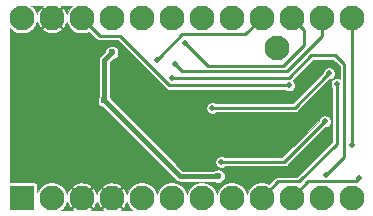
<source format=gbr>
%TF.GenerationSoftware,KiCad,Pcbnew,5.1.9+dfsg1-1~bpo10+1*%
%TF.CreationDate,Date%
%TF.ProjectId,LOG,4c4f472e-6b69-4636-9164-5f7063625858,v1.3*%
%TF.SameCoordinates,Original*%
%TF.FileFunction,Copper,L2,Bot*%
%TF.FilePolarity,Positive*%
%FSLAX46Y46*%
G04 Gerber Fmt 4.6, Leading zero omitted, Abs format (unit mm)*
G04 Created by KiCad*
%MOMM*%
%LPD*%
G01*
G04 APERTURE LIST*
%TA.AperFunction,ComponentPad*%
%ADD10R,2.100000X2.100000*%
%TD*%
%TA.AperFunction,ComponentPad*%
%ADD11C,2.100000*%
%TD*%
%TA.AperFunction,ViaPad*%
%ADD12C,0.500000*%
%TD*%
%TA.AperFunction,ViaPad*%
%ADD13C,0.600000*%
%TD*%
%TA.AperFunction,Conductor*%
%ADD14C,0.400000*%
%TD*%
%TA.AperFunction,Conductor*%
%ADD15C,0.250000*%
%TD*%
%TA.AperFunction,Conductor*%
%ADD16C,0.125000*%
%TD*%
%TA.AperFunction,Conductor*%
%ADD17C,0.100000*%
%TD*%
G04 APERTURE END LIST*
D10*
%TO.P,A1,1*%
%TO.N,Net-(A1-Pad1)*%
X0Y0D03*
D11*
%TO.P,A1,2*%
%TO.N,Net-(A1-Pad2)*%
X2540000Y0D03*
%TO.P,A1,3*%
%TO.N,GND*%
X5080000Y0D03*
%TO.P,A1,13*%
%TO.N,CS0*%
X27940000Y15240000D03*
%TO.P,A1,4*%
%TO.N,GND*%
X7620000Y0D03*
%TO.P,A1,14*%
%TO.N,COPI*%
X25400000Y15240000D03*
%TO.P,A1,5*%
%TO.N,SDA*%
X10160000Y0D03*
%TO.P,A1,15*%
%TO.N,CIPO*%
X22860000Y15240000D03*
%TO.P,A1,6*%
%TO.N,SCL*%
X12700000Y0D03*
%TO.P,A1,16*%
%TO.N,SCK*%
X20320000Y15240000D03*
%TO.P,A1,7*%
%TO.N,Net-(A1-Pad7)*%
X15240000Y0D03*
%TO.P,A1,17*%
%TO.N,Net-(A1-Pad17)*%
X17780000Y15240000D03*
%TO.P,A1,8*%
%TO.N,PWM*%
X17780000Y0D03*
%TO.P,A1,18*%
%TO.N,Net-(A1-Pad18)*%
X15240000Y15240000D03*
%TO.P,A1,9*%
%TO.N,BTN*%
X20320000Y0D03*
%TO.P,A1,19*%
%TO.N,Net-(A1-Pad19)*%
X12700000Y15240000D03*
%TO.P,A1,10*%
%TO.N,INT*%
X22860000Y0D03*
%TO.P,A1,20*%
%TO.N,Net-(A1-Pad20)*%
X10160000Y15240000D03*
%TO.P,A1,11*%
%TO.N,Net-(A1-Pad11)*%
X25400000Y0D03*
%TO.P,A1,21*%
%TO.N,+3V3*%
X7620000Y15240000D03*
%TO.P,A1,12*%
%TO.N,CS1*%
X27940000Y0D03*
%TO.P,A1,22*%
%TO.N,~RST*%
X5080000Y15240000D03*
%TO.P,A1,23*%
%TO.N,GND*%
X2540000Y15240000D03*
%TO.P,A1,24*%
%TO.N,Net-(A1-Pad24)*%
X0Y15240000D03*
%TD*%
%TO.P,TP1,1*%
%TO.N,Net-(TP1-Pad1)*%
X21590000Y12700000D03*
%TD*%
D12*
%TO.N,GND*%
X5969000Y10033000D03*
X13970000Y5715000D03*
X17145000Y6350000D03*
X21590000Y6731000D03*
X9525000Y3175000D03*
X8255000Y4445000D03*
X17145000Y8890000D03*
X12700000Y7620000D03*
X20574000Y5080000D03*
X17780000Y5080000D03*
X13589000Y2794000D03*
X8255000Y10033000D03*
X13970000Y4445000D03*
X8382000Y8001000D03*
X21590000Y8382000D03*
X15621000Y3048000D03*
X26035000Y9271000D03*
X24765000Y10414000D03*
D13*
%TO.N,+3V3*%
X6985000Y8255000D03*
X7620000Y12319000D03*
X16627010Y1844051D03*
D12*
%TO.N,Net-(J1-Pad9)*%
X16129000Y7620000D03*
X26009396Y10541000D03*
%TO.N,CS0*%
X27940000Y4445000D03*
%TO.N,COPI*%
X12954000Y11303000D03*
%TO.N,CIPO*%
X13843000Y13081000D03*
%TO.N,SCK*%
X11430000Y11683998D03*
%TO.N,PWM*%
X25654004Y6477000D03*
X16891000Y3048000D03*
%TO.N,BTN*%
X26670000Y9652000D03*
%TO.N,INT*%
X28575000Y1651000D03*
%TO.N,~RST*%
X22606000Y9525000D03*
%TO.N,CS*%
X25781000Y1972000D03*
X12700000Y10160000D03*
%TD*%
D14*
%TO.N,+3V3*%
X6985000Y11684000D02*
X7320001Y12019001D01*
X6985000Y8255000D02*
X6985000Y11684000D01*
X7320001Y12019001D02*
X7620000Y12319000D01*
X13395949Y1844051D02*
X16627010Y1844051D01*
X6985000Y8255000D02*
X13395949Y1844051D01*
D15*
%TO.N,Net-(J1-Pad9)*%
X25759397Y10291001D02*
X26009396Y10541000D01*
X23088396Y7620000D02*
X25759397Y10291001D01*
X16129000Y7620000D02*
X23088396Y7620000D01*
%TO.N,CS0*%
X27940000Y15240000D02*
X27940000Y4445000D01*
%TO.N,COPI*%
X25400000Y15240000D02*
X25400000Y13716000D01*
X13521999Y10735001D02*
X13203999Y11053001D01*
X25400000Y13716000D02*
X22419001Y10735001D01*
X22419001Y10735001D02*
X13521999Y10735001D01*
X13203999Y11053001D02*
X12954000Y11303000D01*
%TO.N,CIPO*%
X14092999Y12831001D02*
X13843000Y13081000D01*
X22110014Y11185012D02*
X15738988Y11185012D01*
X23909999Y14190001D02*
X23909999Y12984997D01*
X22860000Y15240000D02*
X23909999Y14190001D01*
X23909999Y12984997D02*
X22110014Y11185012D01*
X15738988Y11185012D02*
X14092999Y12831001D01*
%TO.N,SCK*%
X13589002Y13843000D02*
X11679999Y11933997D01*
X18923000Y13843000D02*
X13589002Y13843000D01*
X20320000Y15240000D02*
X18923000Y13843000D01*
X11679999Y11933997D02*
X11430000Y11683998D01*
%TO.N,PWM*%
X25654004Y6477000D02*
X22225004Y3048000D01*
X17244553Y3048000D02*
X16891000Y3048000D01*
X22225004Y3048000D02*
X17244553Y3048000D01*
%TO.N,BTN*%
X26670000Y9298447D02*
X26670000Y9652000D01*
X26670000Y4572000D02*
X26670000Y9298447D01*
X23495000Y1397000D02*
X26670000Y4572000D01*
X21717000Y1397000D02*
X23495000Y1397000D01*
X20320000Y0D02*
X21717000Y1397000D01*
%TO.N,INT*%
X28325001Y1401001D02*
X28575000Y1651000D01*
X24257000Y1397000D02*
X28321000Y1397000D01*
X28321000Y1397000D02*
X28325001Y1401001D01*
X22860000Y0D02*
X24257000Y1397000D01*
%TO.N,~RST*%
X6604000Y13716000D02*
X5080000Y15240000D01*
X8292998Y13716000D02*
X6604000Y13716000D01*
X12483998Y9525000D02*
X8292998Y13716000D01*
X22606000Y9525000D02*
X12483998Y9525000D01*
%TO.N,CS*%
X22606000Y10160000D02*
X12700000Y10160000D01*
X24511000Y12065000D02*
X22606000Y10160000D01*
X26543000Y12065000D02*
X24511000Y12065000D01*
X27308501Y11299499D02*
X26543000Y12065000D01*
X27308501Y3499501D02*
X27308501Y11299499D01*
X25781000Y1972000D02*
X27308501Y3499501D01*
%TD*%
D16*
%TO.N,GND*%
X1717870Y16185874D02*
X2540000Y15363744D01*
X3362130Y16185874D01*
X3301339Y16272500D01*
X4262807Y16272500D01*
X4243330Y16259486D01*
X4060514Y16076670D01*
X3916877Y15861702D01*
X3817938Y15622842D01*
X3809692Y15581387D01*
X3744323Y15777562D01*
X3656054Y15942704D01*
X3485874Y16062130D01*
X2663744Y15240000D01*
X3485874Y14417870D01*
X3656054Y14537296D01*
X3771699Y14768529D01*
X3808702Y14903593D01*
X3817938Y14857158D01*
X3916877Y14618298D01*
X4060514Y14403330D01*
X4243330Y14220514D01*
X4458298Y14076877D01*
X4697158Y13977938D01*
X4950730Y13927500D01*
X5209270Y13927500D01*
X5462842Y13977938D01*
X5697045Y14074948D01*
X6316538Y13455455D01*
X6328671Y13440671D01*
X6387675Y13392247D01*
X6454993Y13356265D01*
X6493017Y13344731D01*
X6528036Y13334108D01*
X6535809Y13333343D01*
X6584974Y13328500D01*
X6584980Y13328500D01*
X6603999Y13326627D01*
X6623018Y13328500D01*
X8132491Y13328500D01*
X12196540Y9264450D01*
X12208669Y9249671D01*
X12267673Y9201247D01*
X12334991Y9165265D01*
X12385877Y9149829D01*
X12408034Y9143108D01*
X12415807Y9142343D01*
X12464972Y9137500D01*
X12464978Y9137500D01*
X12483997Y9135627D01*
X12503016Y9137500D01*
X22268715Y9137500D01*
X22279300Y9126915D01*
X22363240Y9070828D01*
X22456509Y9032195D01*
X22555523Y9012500D01*
X22656477Y9012500D01*
X22755491Y9032195D01*
X22848760Y9070828D01*
X22932700Y9126915D01*
X23004085Y9198300D01*
X23060172Y9282240D01*
X23098805Y9375509D01*
X23118500Y9474523D01*
X23118500Y9575477D01*
X23098805Y9674491D01*
X23060172Y9767760D01*
X23004085Y9851700D01*
X22932700Y9923085D01*
X22923344Y9929337D01*
X24671508Y11677500D01*
X26382493Y11677500D01*
X26921002Y11138990D01*
X26921002Y10100665D01*
X26912760Y10106172D01*
X26819491Y10144805D01*
X26720477Y10164500D01*
X26619523Y10164500D01*
X26520509Y10144805D01*
X26427240Y10106172D01*
X26343300Y10050085D01*
X26271915Y9978700D01*
X26215828Y9894760D01*
X26177195Y9801491D01*
X26157500Y9702477D01*
X26157500Y9601523D01*
X26177195Y9502509D01*
X26215828Y9409240D01*
X26271915Y9325300D01*
X26282500Y9314715D01*
X26282500Y9279422D01*
X26282501Y9279412D01*
X26282500Y4732508D01*
X23334493Y1784500D01*
X21736018Y1784500D01*
X21716999Y1786373D01*
X21697980Y1784500D01*
X21697974Y1784500D01*
X21648809Y1779657D01*
X21641036Y1778892D01*
X21618879Y1772171D01*
X21567993Y1756735D01*
X21500675Y1720753D01*
X21441671Y1672329D01*
X21429542Y1657550D01*
X20937045Y1165052D01*
X20702842Y1262062D01*
X20449270Y1312500D01*
X20190730Y1312500D01*
X19937158Y1262062D01*
X19698298Y1163123D01*
X19483330Y1019486D01*
X19300514Y836670D01*
X19156877Y621702D01*
X19057938Y382842D01*
X19050000Y342934D01*
X19042062Y382842D01*
X18943123Y621702D01*
X18799486Y836670D01*
X18616670Y1019486D01*
X18401702Y1163123D01*
X18162842Y1262062D01*
X17909270Y1312500D01*
X17650730Y1312500D01*
X17397158Y1262062D01*
X17158298Y1163123D01*
X16943330Y1019486D01*
X16760514Y836670D01*
X16616877Y621702D01*
X16517938Y382842D01*
X16510000Y342934D01*
X16502062Y382842D01*
X16403123Y621702D01*
X16259486Y836670D01*
X16076670Y1019486D01*
X15861702Y1163123D01*
X15622842Y1262062D01*
X15369270Y1312500D01*
X15110730Y1312500D01*
X14857158Y1262062D01*
X14618298Y1163123D01*
X14403330Y1019486D01*
X14220514Y836670D01*
X14076877Y621702D01*
X13977938Y382842D01*
X13970000Y342934D01*
X13962062Y382842D01*
X13863123Y621702D01*
X13719486Y836670D01*
X13536670Y1019486D01*
X13321702Y1163123D01*
X13082842Y1262062D01*
X12829270Y1312500D01*
X12570730Y1312500D01*
X12317158Y1262062D01*
X12078298Y1163123D01*
X11863330Y1019486D01*
X11680514Y836670D01*
X11536877Y621702D01*
X11437938Y382842D01*
X11430000Y342934D01*
X11422062Y382842D01*
X11323123Y621702D01*
X11179486Y836670D01*
X10996670Y1019486D01*
X10781702Y1163123D01*
X10542842Y1262062D01*
X10289270Y1312500D01*
X10030730Y1312500D01*
X9777158Y1262062D01*
X9538298Y1163123D01*
X9323330Y1019486D01*
X9140514Y836670D01*
X8996877Y621702D01*
X8897938Y382842D01*
X8889692Y341387D01*
X8824323Y537562D01*
X8736054Y702704D01*
X8565874Y822130D01*
X7743744Y0D01*
X8565874Y-822130D01*
X8736054Y-702704D01*
X8851699Y-471471D01*
X8888702Y-336407D01*
X8897938Y-382842D01*
X8996877Y-621702D01*
X9140514Y-836670D01*
X9323330Y-1019486D01*
X9342807Y-1032500D01*
X8381339Y-1032500D01*
X8442130Y-945874D01*
X7620000Y-123744D01*
X6797870Y-945874D01*
X6858661Y-1032500D01*
X5841339Y-1032500D01*
X5902130Y-945874D01*
X5080000Y-123744D01*
X4257870Y-945874D01*
X4318661Y-1032500D01*
X3357193Y-1032500D01*
X3376670Y-1019486D01*
X3559486Y-836670D01*
X3703123Y-621702D01*
X3802062Y-382842D01*
X3810308Y-341387D01*
X3875677Y-537562D01*
X3963946Y-702704D01*
X4134126Y-822130D01*
X4956256Y0D01*
X5203744Y0D01*
X6025874Y-822130D01*
X6196054Y-702704D01*
X6311699Y-471471D01*
X6348677Y-336494D01*
X6415677Y-537562D01*
X6503946Y-702704D01*
X6674126Y-822130D01*
X7496256Y0D01*
X6674126Y822130D01*
X6503946Y702704D01*
X6388301Y471471D01*
X6351323Y336494D01*
X6284323Y537562D01*
X6196054Y702704D01*
X6025874Y822130D01*
X5203744Y0D01*
X4956256Y0D01*
X4134126Y822130D01*
X3963946Y702704D01*
X3848301Y471471D01*
X3811298Y336407D01*
X3802062Y382842D01*
X3703123Y621702D01*
X3559486Y836670D01*
X3450282Y945874D01*
X4257870Y945874D01*
X5080000Y123744D01*
X5902130Y945874D01*
X6797870Y945874D01*
X7620000Y123744D01*
X8442130Y945874D01*
X8322704Y1116054D01*
X8091471Y1231699D01*
X7842119Y1300012D01*
X7584231Y1318366D01*
X7327718Y1286055D01*
X7082438Y1204323D01*
X6917296Y1116054D01*
X6797870Y945874D01*
X5902130Y945874D01*
X5782704Y1116054D01*
X5551471Y1231699D01*
X5302119Y1300012D01*
X5044231Y1318366D01*
X4787718Y1286055D01*
X4542438Y1204323D01*
X4377296Y1116054D01*
X4257870Y945874D01*
X3450282Y945874D01*
X3376670Y1019486D01*
X3161702Y1163123D01*
X2922842Y1262062D01*
X2669270Y1312500D01*
X2410730Y1312500D01*
X2157158Y1262062D01*
X1918298Y1163123D01*
X1703330Y1019486D01*
X1520514Y836670D01*
X1376877Y621702D01*
X1313770Y469348D01*
X1313770Y1050000D01*
X1308702Y1101459D01*
X1293692Y1150940D01*
X1269317Y1196543D01*
X1236514Y1236514D01*
X1196543Y1269317D01*
X1150940Y1293692D01*
X1101459Y1308702D01*
X1050000Y1313770D01*
X-1032500Y1313770D01*
X-1032500Y8310401D01*
X6422500Y8310401D01*
X6422500Y8199599D01*
X6444116Y8090925D01*
X6486519Y7988556D01*
X6548077Y7896427D01*
X6626427Y7818077D01*
X6718556Y7756519D01*
X6820925Y7714116D01*
X6884446Y7701481D01*
X13052850Y1533076D01*
X13067330Y1515432D01*
X13137755Y1457636D01*
X13218102Y1414690D01*
X13276422Y1396999D01*
X13305283Y1388244D01*
X13395948Y1379314D01*
X13418660Y1381551D01*
X16306716Y1381551D01*
X16360566Y1345570D01*
X16462935Y1303167D01*
X16571609Y1281551D01*
X16682411Y1281551D01*
X16791085Y1303167D01*
X16893454Y1345570D01*
X16985583Y1407128D01*
X17063933Y1485478D01*
X17125491Y1577607D01*
X17167894Y1679976D01*
X17189510Y1788650D01*
X17189510Y1899452D01*
X17167894Y2008126D01*
X17125491Y2110495D01*
X17063933Y2202624D01*
X16985583Y2280974D01*
X16893454Y2342532D01*
X16791085Y2384935D01*
X16682411Y2406551D01*
X16571609Y2406551D01*
X16462935Y2384935D01*
X16360566Y2342532D01*
X16306716Y2306551D01*
X13587523Y2306551D01*
X12795597Y3098477D01*
X16378500Y3098477D01*
X16378500Y2997523D01*
X16398195Y2898509D01*
X16436828Y2805240D01*
X16492915Y2721300D01*
X16564300Y2649915D01*
X16648240Y2593828D01*
X16741509Y2555195D01*
X16840523Y2535500D01*
X16941477Y2535500D01*
X17040491Y2555195D01*
X17133760Y2593828D01*
X17217700Y2649915D01*
X17228285Y2660500D01*
X22205978Y2660500D01*
X22225004Y2658626D01*
X22244030Y2660500D01*
X22300967Y2666108D01*
X22374011Y2688265D01*
X22441329Y2724247D01*
X22500333Y2772671D01*
X22512466Y2787455D01*
X25689512Y5964500D01*
X25704481Y5964500D01*
X25803495Y5984195D01*
X25896764Y6022828D01*
X25980704Y6078915D01*
X26052089Y6150300D01*
X26108176Y6234240D01*
X26146809Y6327509D01*
X26166504Y6426523D01*
X26166504Y6527477D01*
X26146809Y6626491D01*
X26108176Y6719760D01*
X26052089Y6803700D01*
X25980704Y6875085D01*
X25896764Y6931172D01*
X25803495Y6969805D01*
X25704481Y6989500D01*
X25603527Y6989500D01*
X25504513Y6969805D01*
X25411244Y6931172D01*
X25327304Y6875085D01*
X25255919Y6803700D01*
X25199832Y6719760D01*
X25161199Y6626491D01*
X25141504Y6527477D01*
X25141504Y6512508D01*
X22064497Y3435500D01*
X17228285Y3435500D01*
X17217700Y3446085D01*
X17133760Y3502172D01*
X17040491Y3540805D01*
X16941477Y3560500D01*
X16840523Y3560500D01*
X16741509Y3540805D01*
X16648240Y3502172D01*
X16564300Y3446085D01*
X16492915Y3374700D01*
X16436828Y3290760D01*
X16398195Y3197491D01*
X16378500Y3098477D01*
X12795597Y3098477D01*
X8223597Y7670477D01*
X15616500Y7670477D01*
X15616500Y7569523D01*
X15636195Y7470509D01*
X15674828Y7377240D01*
X15730915Y7293300D01*
X15802300Y7221915D01*
X15886240Y7165828D01*
X15979509Y7127195D01*
X16078523Y7107500D01*
X16179477Y7107500D01*
X16278491Y7127195D01*
X16371760Y7165828D01*
X16455700Y7221915D01*
X16466285Y7232500D01*
X23069370Y7232500D01*
X23088396Y7230626D01*
X23107422Y7232500D01*
X23164359Y7238108D01*
X23237403Y7260265D01*
X23304721Y7296247D01*
X23363725Y7344671D01*
X23375858Y7359455D01*
X26044904Y10028500D01*
X26059873Y10028500D01*
X26158887Y10048195D01*
X26252156Y10086828D01*
X26336096Y10142915D01*
X26407481Y10214300D01*
X26463568Y10298240D01*
X26502201Y10391509D01*
X26521896Y10490523D01*
X26521896Y10591477D01*
X26502201Y10690491D01*
X26463568Y10783760D01*
X26407481Y10867700D01*
X26336096Y10939085D01*
X26252156Y10995172D01*
X26158887Y11033805D01*
X26059873Y11053500D01*
X25958919Y11053500D01*
X25859905Y11033805D01*
X25766636Y10995172D01*
X25682696Y10939085D01*
X25611311Y10867700D01*
X25555224Y10783760D01*
X25516591Y10690491D01*
X25496896Y10591477D01*
X25496896Y10576508D01*
X22927889Y8007500D01*
X16466285Y8007500D01*
X16455700Y8018085D01*
X16371760Y8074172D01*
X16278491Y8112805D01*
X16179477Y8132500D01*
X16078523Y8132500D01*
X15979509Y8112805D01*
X15886240Y8074172D01*
X15802300Y8018085D01*
X15730915Y7946700D01*
X15674828Y7862760D01*
X15636195Y7769491D01*
X15616500Y7670477D01*
X8223597Y7670477D01*
X7538519Y8355554D01*
X7525884Y8419075D01*
X7483481Y8521444D01*
X7447500Y8575294D01*
X7447500Y11492427D01*
X7663097Y11708023D01*
X7663102Y11708029D01*
X7720554Y11765481D01*
X7784075Y11778116D01*
X7886444Y11820519D01*
X7978573Y11882077D01*
X8056923Y11960427D01*
X8118481Y12052556D01*
X8160884Y12154925D01*
X8182500Y12263599D01*
X8182500Y12374401D01*
X8160884Y12483075D01*
X8118481Y12585444D01*
X8056923Y12677573D01*
X7978573Y12755923D01*
X7886444Y12817481D01*
X7784075Y12859884D01*
X7675401Y12881500D01*
X7564599Y12881500D01*
X7455925Y12859884D01*
X7353556Y12817481D01*
X7261427Y12755923D01*
X7183077Y12677573D01*
X7121519Y12585444D01*
X7079116Y12483075D01*
X7066481Y12419554D01*
X7009029Y12362102D01*
X7009023Y12362097D01*
X6674025Y12027098D01*
X6656382Y12012619D01*
X6598586Y11942194D01*
X6584581Y11915992D01*
X6555640Y11861847D01*
X6529193Y11774665D01*
X6520263Y11684000D01*
X6522501Y11661278D01*
X6522500Y8575294D01*
X6486519Y8521444D01*
X6444116Y8419075D01*
X6422500Y8310401D01*
X-1032500Y8310401D01*
X-1032500Y14422807D01*
X-1019486Y14403330D01*
X-836670Y14220514D01*
X-621702Y14076877D01*
X-382842Y13977938D01*
X-129270Y13927500D01*
X129270Y13927500D01*
X382842Y13977938D01*
X621702Y14076877D01*
X836670Y14220514D01*
X910282Y14294126D01*
X1717870Y14294126D01*
X1837296Y14123946D01*
X2068529Y14008301D01*
X2317881Y13939988D01*
X2575769Y13921634D01*
X2832282Y13953945D01*
X3077562Y14035677D01*
X3242704Y14123946D01*
X3362130Y14294126D01*
X2540000Y15116256D01*
X1717870Y14294126D01*
X910282Y14294126D01*
X1019486Y14403330D01*
X1163123Y14618298D01*
X1262062Y14857158D01*
X1270308Y14898613D01*
X1335677Y14702438D01*
X1423946Y14537296D01*
X1594126Y14417870D01*
X2416256Y15240000D01*
X1594126Y16062130D01*
X1423946Y15942704D01*
X1308301Y15711471D01*
X1271298Y15576407D01*
X1262062Y15622842D01*
X1163123Y15861702D01*
X1019486Y16076670D01*
X836670Y16259486D01*
X817193Y16272500D01*
X1778661Y16272500D01*
X1717870Y16185874D01*
%TA.AperFunction,Conductor*%
D17*
G36*
X1717870Y16185874D02*
G01*
X2540000Y15363744D01*
X3362130Y16185874D01*
X3301339Y16272500D01*
X4262807Y16272500D01*
X4243330Y16259486D01*
X4060514Y16076670D01*
X3916877Y15861702D01*
X3817938Y15622842D01*
X3809692Y15581387D01*
X3744323Y15777562D01*
X3656054Y15942704D01*
X3485874Y16062130D01*
X2663744Y15240000D01*
X3485874Y14417870D01*
X3656054Y14537296D01*
X3771699Y14768529D01*
X3808702Y14903593D01*
X3817938Y14857158D01*
X3916877Y14618298D01*
X4060514Y14403330D01*
X4243330Y14220514D01*
X4458298Y14076877D01*
X4697158Y13977938D01*
X4950730Y13927500D01*
X5209270Y13927500D01*
X5462842Y13977938D01*
X5697045Y14074948D01*
X6316538Y13455455D01*
X6328671Y13440671D01*
X6387675Y13392247D01*
X6454993Y13356265D01*
X6493017Y13344731D01*
X6528036Y13334108D01*
X6535809Y13333343D01*
X6584974Y13328500D01*
X6584980Y13328500D01*
X6603999Y13326627D01*
X6623018Y13328500D01*
X8132491Y13328500D01*
X12196540Y9264450D01*
X12208669Y9249671D01*
X12267673Y9201247D01*
X12334991Y9165265D01*
X12385877Y9149829D01*
X12408034Y9143108D01*
X12415807Y9142343D01*
X12464972Y9137500D01*
X12464978Y9137500D01*
X12483997Y9135627D01*
X12503016Y9137500D01*
X22268715Y9137500D01*
X22279300Y9126915D01*
X22363240Y9070828D01*
X22456509Y9032195D01*
X22555523Y9012500D01*
X22656477Y9012500D01*
X22755491Y9032195D01*
X22848760Y9070828D01*
X22932700Y9126915D01*
X23004085Y9198300D01*
X23060172Y9282240D01*
X23098805Y9375509D01*
X23118500Y9474523D01*
X23118500Y9575477D01*
X23098805Y9674491D01*
X23060172Y9767760D01*
X23004085Y9851700D01*
X22932700Y9923085D01*
X22923344Y9929337D01*
X24671508Y11677500D01*
X26382493Y11677500D01*
X26921002Y11138990D01*
X26921002Y10100665D01*
X26912760Y10106172D01*
X26819491Y10144805D01*
X26720477Y10164500D01*
X26619523Y10164500D01*
X26520509Y10144805D01*
X26427240Y10106172D01*
X26343300Y10050085D01*
X26271915Y9978700D01*
X26215828Y9894760D01*
X26177195Y9801491D01*
X26157500Y9702477D01*
X26157500Y9601523D01*
X26177195Y9502509D01*
X26215828Y9409240D01*
X26271915Y9325300D01*
X26282500Y9314715D01*
X26282500Y9279422D01*
X26282501Y9279412D01*
X26282500Y4732508D01*
X23334493Y1784500D01*
X21736018Y1784500D01*
X21716999Y1786373D01*
X21697980Y1784500D01*
X21697974Y1784500D01*
X21648809Y1779657D01*
X21641036Y1778892D01*
X21618879Y1772171D01*
X21567993Y1756735D01*
X21500675Y1720753D01*
X21441671Y1672329D01*
X21429542Y1657550D01*
X20937045Y1165052D01*
X20702842Y1262062D01*
X20449270Y1312500D01*
X20190730Y1312500D01*
X19937158Y1262062D01*
X19698298Y1163123D01*
X19483330Y1019486D01*
X19300514Y836670D01*
X19156877Y621702D01*
X19057938Y382842D01*
X19050000Y342934D01*
X19042062Y382842D01*
X18943123Y621702D01*
X18799486Y836670D01*
X18616670Y1019486D01*
X18401702Y1163123D01*
X18162842Y1262062D01*
X17909270Y1312500D01*
X17650730Y1312500D01*
X17397158Y1262062D01*
X17158298Y1163123D01*
X16943330Y1019486D01*
X16760514Y836670D01*
X16616877Y621702D01*
X16517938Y382842D01*
X16510000Y342934D01*
X16502062Y382842D01*
X16403123Y621702D01*
X16259486Y836670D01*
X16076670Y1019486D01*
X15861702Y1163123D01*
X15622842Y1262062D01*
X15369270Y1312500D01*
X15110730Y1312500D01*
X14857158Y1262062D01*
X14618298Y1163123D01*
X14403330Y1019486D01*
X14220514Y836670D01*
X14076877Y621702D01*
X13977938Y382842D01*
X13970000Y342934D01*
X13962062Y382842D01*
X13863123Y621702D01*
X13719486Y836670D01*
X13536670Y1019486D01*
X13321702Y1163123D01*
X13082842Y1262062D01*
X12829270Y1312500D01*
X12570730Y1312500D01*
X12317158Y1262062D01*
X12078298Y1163123D01*
X11863330Y1019486D01*
X11680514Y836670D01*
X11536877Y621702D01*
X11437938Y382842D01*
X11430000Y342934D01*
X11422062Y382842D01*
X11323123Y621702D01*
X11179486Y836670D01*
X10996670Y1019486D01*
X10781702Y1163123D01*
X10542842Y1262062D01*
X10289270Y1312500D01*
X10030730Y1312500D01*
X9777158Y1262062D01*
X9538298Y1163123D01*
X9323330Y1019486D01*
X9140514Y836670D01*
X8996877Y621702D01*
X8897938Y382842D01*
X8889692Y341387D01*
X8824323Y537562D01*
X8736054Y702704D01*
X8565874Y822130D01*
X7743744Y0D01*
X8565874Y-822130D01*
X8736054Y-702704D01*
X8851699Y-471471D01*
X8888702Y-336407D01*
X8897938Y-382842D01*
X8996877Y-621702D01*
X9140514Y-836670D01*
X9323330Y-1019486D01*
X9342807Y-1032500D01*
X8381339Y-1032500D01*
X8442130Y-945874D01*
X7620000Y-123744D01*
X6797870Y-945874D01*
X6858661Y-1032500D01*
X5841339Y-1032500D01*
X5902130Y-945874D01*
X5080000Y-123744D01*
X4257870Y-945874D01*
X4318661Y-1032500D01*
X3357193Y-1032500D01*
X3376670Y-1019486D01*
X3559486Y-836670D01*
X3703123Y-621702D01*
X3802062Y-382842D01*
X3810308Y-341387D01*
X3875677Y-537562D01*
X3963946Y-702704D01*
X4134126Y-822130D01*
X4956256Y0D01*
X5203744Y0D01*
X6025874Y-822130D01*
X6196054Y-702704D01*
X6311699Y-471471D01*
X6348677Y-336494D01*
X6415677Y-537562D01*
X6503946Y-702704D01*
X6674126Y-822130D01*
X7496256Y0D01*
X6674126Y822130D01*
X6503946Y702704D01*
X6388301Y471471D01*
X6351323Y336494D01*
X6284323Y537562D01*
X6196054Y702704D01*
X6025874Y822130D01*
X5203744Y0D01*
X4956256Y0D01*
X4134126Y822130D01*
X3963946Y702704D01*
X3848301Y471471D01*
X3811298Y336407D01*
X3802062Y382842D01*
X3703123Y621702D01*
X3559486Y836670D01*
X3450282Y945874D01*
X4257870Y945874D01*
X5080000Y123744D01*
X5902130Y945874D01*
X6797870Y945874D01*
X7620000Y123744D01*
X8442130Y945874D01*
X8322704Y1116054D01*
X8091471Y1231699D01*
X7842119Y1300012D01*
X7584231Y1318366D01*
X7327718Y1286055D01*
X7082438Y1204323D01*
X6917296Y1116054D01*
X6797870Y945874D01*
X5902130Y945874D01*
X5782704Y1116054D01*
X5551471Y1231699D01*
X5302119Y1300012D01*
X5044231Y1318366D01*
X4787718Y1286055D01*
X4542438Y1204323D01*
X4377296Y1116054D01*
X4257870Y945874D01*
X3450282Y945874D01*
X3376670Y1019486D01*
X3161702Y1163123D01*
X2922842Y1262062D01*
X2669270Y1312500D01*
X2410730Y1312500D01*
X2157158Y1262062D01*
X1918298Y1163123D01*
X1703330Y1019486D01*
X1520514Y836670D01*
X1376877Y621702D01*
X1313770Y469348D01*
X1313770Y1050000D01*
X1308702Y1101459D01*
X1293692Y1150940D01*
X1269317Y1196543D01*
X1236514Y1236514D01*
X1196543Y1269317D01*
X1150940Y1293692D01*
X1101459Y1308702D01*
X1050000Y1313770D01*
X-1032500Y1313770D01*
X-1032500Y8310401D01*
X6422500Y8310401D01*
X6422500Y8199599D01*
X6444116Y8090925D01*
X6486519Y7988556D01*
X6548077Y7896427D01*
X6626427Y7818077D01*
X6718556Y7756519D01*
X6820925Y7714116D01*
X6884446Y7701481D01*
X13052850Y1533076D01*
X13067330Y1515432D01*
X13137755Y1457636D01*
X13218102Y1414690D01*
X13276422Y1396999D01*
X13305283Y1388244D01*
X13395948Y1379314D01*
X13418660Y1381551D01*
X16306716Y1381551D01*
X16360566Y1345570D01*
X16462935Y1303167D01*
X16571609Y1281551D01*
X16682411Y1281551D01*
X16791085Y1303167D01*
X16893454Y1345570D01*
X16985583Y1407128D01*
X17063933Y1485478D01*
X17125491Y1577607D01*
X17167894Y1679976D01*
X17189510Y1788650D01*
X17189510Y1899452D01*
X17167894Y2008126D01*
X17125491Y2110495D01*
X17063933Y2202624D01*
X16985583Y2280974D01*
X16893454Y2342532D01*
X16791085Y2384935D01*
X16682411Y2406551D01*
X16571609Y2406551D01*
X16462935Y2384935D01*
X16360566Y2342532D01*
X16306716Y2306551D01*
X13587523Y2306551D01*
X12795597Y3098477D01*
X16378500Y3098477D01*
X16378500Y2997523D01*
X16398195Y2898509D01*
X16436828Y2805240D01*
X16492915Y2721300D01*
X16564300Y2649915D01*
X16648240Y2593828D01*
X16741509Y2555195D01*
X16840523Y2535500D01*
X16941477Y2535500D01*
X17040491Y2555195D01*
X17133760Y2593828D01*
X17217700Y2649915D01*
X17228285Y2660500D01*
X22205978Y2660500D01*
X22225004Y2658626D01*
X22244030Y2660500D01*
X22300967Y2666108D01*
X22374011Y2688265D01*
X22441329Y2724247D01*
X22500333Y2772671D01*
X22512466Y2787455D01*
X25689512Y5964500D01*
X25704481Y5964500D01*
X25803495Y5984195D01*
X25896764Y6022828D01*
X25980704Y6078915D01*
X26052089Y6150300D01*
X26108176Y6234240D01*
X26146809Y6327509D01*
X26166504Y6426523D01*
X26166504Y6527477D01*
X26146809Y6626491D01*
X26108176Y6719760D01*
X26052089Y6803700D01*
X25980704Y6875085D01*
X25896764Y6931172D01*
X25803495Y6969805D01*
X25704481Y6989500D01*
X25603527Y6989500D01*
X25504513Y6969805D01*
X25411244Y6931172D01*
X25327304Y6875085D01*
X25255919Y6803700D01*
X25199832Y6719760D01*
X25161199Y6626491D01*
X25141504Y6527477D01*
X25141504Y6512508D01*
X22064497Y3435500D01*
X17228285Y3435500D01*
X17217700Y3446085D01*
X17133760Y3502172D01*
X17040491Y3540805D01*
X16941477Y3560500D01*
X16840523Y3560500D01*
X16741509Y3540805D01*
X16648240Y3502172D01*
X16564300Y3446085D01*
X16492915Y3374700D01*
X16436828Y3290760D01*
X16398195Y3197491D01*
X16378500Y3098477D01*
X12795597Y3098477D01*
X8223597Y7670477D01*
X15616500Y7670477D01*
X15616500Y7569523D01*
X15636195Y7470509D01*
X15674828Y7377240D01*
X15730915Y7293300D01*
X15802300Y7221915D01*
X15886240Y7165828D01*
X15979509Y7127195D01*
X16078523Y7107500D01*
X16179477Y7107500D01*
X16278491Y7127195D01*
X16371760Y7165828D01*
X16455700Y7221915D01*
X16466285Y7232500D01*
X23069370Y7232500D01*
X23088396Y7230626D01*
X23107422Y7232500D01*
X23164359Y7238108D01*
X23237403Y7260265D01*
X23304721Y7296247D01*
X23363725Y7344671D01*
X23375858Y7359455D01*
X26044904Y10028500D01*
X26059873Y10028500D01*
X26158887Y10048195D01*
X26252156Y10086828D01*
X26336096Y10142915D01*
X26407481Y10214300D01*
X26463568Y10298240D01*
X26502201Y10391509D01*
X26521896Y10490523D01*
X26521896Y10591477D01*
X26502201Y10690491D01*
X26463568Y10783760D01*
X26407481Y10867700D01*
X26336096Y10939085D01*
X26252156Y10995172D01*
X26158887Y11033805D01*
X26059873Y11053500D01*
X25958919Y11053500D01*
X25859905Y11033805D01*
X25766636Y10995172D01*
X25682696Y10939085D01*
X25611311Y10867700D01*
X25555224Y10783760D01*
X25516591Y10690491D01*
X25496896Y10591477D01*
X25496896Y10576508D01*
X22927889Y8007500D01*
X16466285Y8007500D01*
X16455700Y8018085D01*
X16371760Y8074172D01*
X16278491Y8112805D01*
X16179477Y8132500D01*
X16078523Y8132500D01*
X15979509Y8112805D01*
X15886240Y8074172D01*
X15802300Y8018085D01*
X15730915Y7946700D01*
X15674828Y7862760D01*
X15636195Y7769491D01*
X15616500Y7670477D01*
X8223597Y7670477D01*
X7538519Y8355554D01*
X7525884Y8419075D01*
X7483481Y8521444D01*
X7447500Y8575294D01*
X7447500Y11492427D01*
X7663097Y11708023D01*
X7663102Y11708029D01*
X7720554Y11765481D01*
X7784075Y11778116D01*
X7886444Y11820519D01*
X7978573Y11882077D01*
X8056923Y11960427D01*
X8118481Y12052556D01*
X8160884Y12154925D01*
X8182500Y12263599D01*
X8182500Y12374401D01*
X8160884Y12483075D01*
X8118481Y12585444D01*
X8056923Y12677573D01*
X7978573Y12755923D01*
X7886444Y12817481D01*
X7784075Y12859884D01*
X7675401Y12881500D01*
X7564599Y12881500D01*
X7455925Y12859884D01*
X7353556Y12817481D01*
X7261427Y12755923D01*
X7183077Y12677573D01*
X7121519Y12585444D01*
X7079116Y12483075D01*
X7066481Y12419554D01*
X7009029Y12362102D01*
X7009023Y12362097D01*
X6674025Y12027098D01*
X6656382Y12012619D01*
X6598586Y11942194D01*
X6584581Y11915992D01*
X6555640Y11861847D01*
X6529193Y11774665D01*
X6520263Y11684000D01*
X6522501Y11661278D01*
X6522500Y8575294D01*
X6486519Y8521444D01*
X6444116Y8419075D01*
X6422500Y8310401D01*
X-1032500Y8310401D01*
X-1032500Y14422807D01*
X-1019486Y14403330D01*
X-836670Y14220514D01*
X-621702Y14076877D01*
X-382842Y13977938D01*
X-129270Y13927500D01*
X129270Y13927500D01*
X382842Y13977938D01*
X621702Y14076877D01*
X836670Y14220514D01*
X910282Y14294126D01*
X1717870Y14294126D01*
X1837296Y14123946D01*
X2068529Y14008301D01*
X2317881Y13939988D01*
X2575769Y13921634D01*
X2832282Y13953945D01*
X3077562Y14035677D01*
X3242704Y14123946D01*
X3362130Y14294126D01*
X2540000Y15116256D01*
X1717870Y14294126D01*
X910282Y14294126D01*
X1019486Y14403330D01*
X1163123Y14618298D01*
X1262062Y14857158D01*
X1270308Y14898613D01*
X1335677Y14702438D01*
X1423946Y14537296D01*
X1594126Y14417870D01*
X2416256Y15240000D01*
X1594126Y16062130D01*
X1423946Y15942704D01*
X1308301Y15711471D01*
X1271298Y15576407D01*
X1262062Y15622842D01*
X1163123Y15861702D01*
X1019486Y16076670D01*
X836670Y16259486D01*
X817193Y16272500D01*
X1778661Y16272500D01*
X1717870Y16185874D01*
G37*
%TD.AperFunction*%
%TD*%
M02*

</source>
